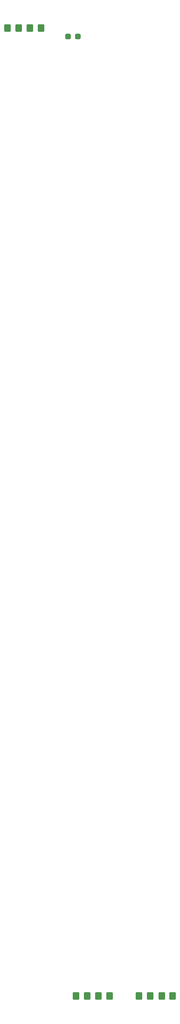
<source format=gbr>
%TF.GenerationSoftware,KiCad,Pcbnew,7.0.1*%
%TF.CreationDate,2023-12-13T20:39:25+01:00*%
%TF.ProjectId,big_pcb,6269675f-7063-4622-9e6b-696361645f70,rev?*%
%TF.SameCoordinates,Original*%
%TF.FileFunction,Paste,Bot*%
%TF.FilePolarity,Positive*%
%FSLAX46Y46*%
G04 Gerber Fmt 4.6, Leading zero omitted, Abs format (unit mm)*
G04 Created by KiCad (PCBNEW 7.0.1) date 2023-12-13 20:39:25*
%MOMM*%
%LPD*%
G01*
G04 APERTURE LIST*
G04 Aperture macros list*
%AMRoundRect*
0 Rectangle with rounded corners*
0 $1 Rounding radius*
0 $2 $3 $4 $5 $6 $7 $8 $9 X,Y pos of 4 corners*
0 Add a 4 corners polygon primitive as box body*
4,1,4,$2,$3,$4,$5,$6,$7,$8,$9,$2,$3,0*
0 Add four circle primitives for the rounded corners*
1,1,$1+$1,$2,$3*
1,1,$1+$1,$4,$5*
1,1,$1+$1,$6,$7*
1,1,$1+$1,$8,$9*
0 Add four rect primitives between the rounded corners*
20,1,$1+$1,$2,$3,$4,$5,0*
20,1,$1+$1,$4,$5,$6,$7,0*
20,1,$1+$1,$6,$7,$8,$9,0*
20,1,$1+$1,$8,$9,$2,$3,0*%
G04 Aperture macros list end*
%ADD10RoundRect,0.250000X0.350000X0.450000X-0.350000X0.450000X-0.350000X-0.450000X0.350000X-0.450000X0*%
%ADD11RoundRect,0.250000X-0.350000X-0.450000X0.350000X-0.450000X0.350000X0.450000X-0.350000X0.450000X0*%
%ADD12RoundRect,0.237500X0.287500X0.237500X-0.287500X0.237500X-0.287500X-0.237500X0.287500X-0.237500X0*%
G04 APERTURE END LIST*
D10*
%TO.C,R34*%
X243920000Y-228510000D03*
X241920000Y-228510000D03*
%TD*%
D11*
%TO.C,R21*%
X226380000Y-228510000D03*
X228380000Y-228510000D03*
%TD*%
D10*
%TO.C,R25*%
X220000000Y-53320000D03*
X218000000Y-53320000D03*
%TD*%
D12*
%TO.C,D1*%
X226687500Y-54830000D03*
X224937500Y-54830000D03*
%TD*%
D10*
%TO.C,R36*%
X232450000Y-228510000D03*
X230450000Y-228510000D03*
%TD*%
D11*
%TO.C,R23*%
X237840000Y-228510000D03*
X239840000Y-228510000D03*
%TD*%
%TO.C,R32*%
X213960000Y-53320000D03*
X215960000Y-53320000D03*
%TD*%
M02*

</source>
